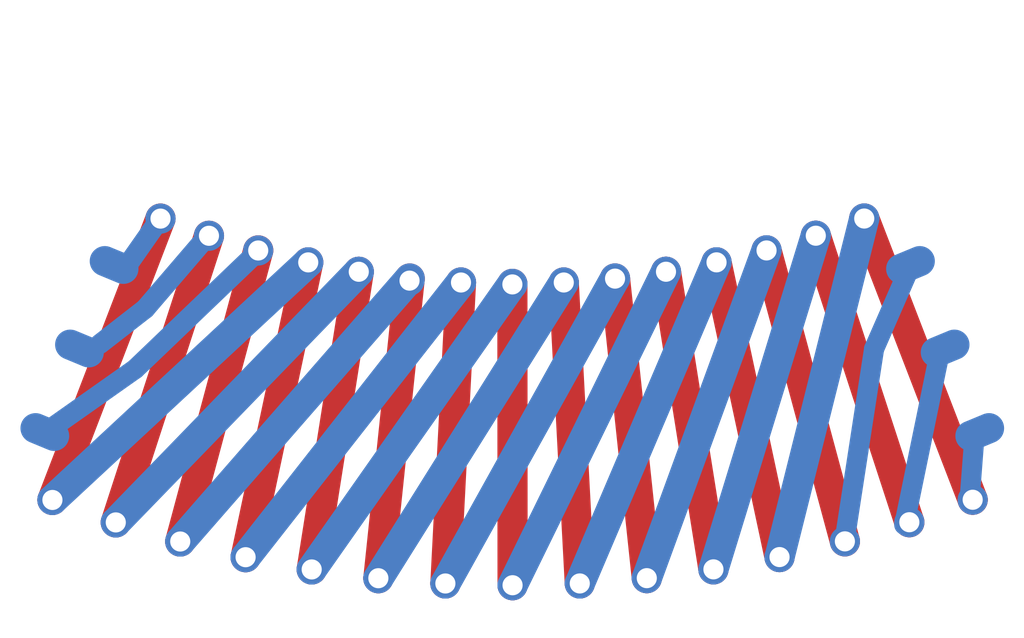
<source format=kicad_pcb>
(kicad_pcb (version 20241229) (generator "pcbnew") (generator_version "9.0")
  (layers (0 "F.Cu" signal) (2 "B.Cu" signal) (13 "F.Paste" user) (15 "B.Paste" user) (5 "F.SilkS" user "F.Silkscreen") (7 "B.SilkS" user "B.Silkscreen") (1 "F.Mask" user) (3 "B.Mask" user) (25 "Edge.Cuts" user))
  (net 0 "")
  (net 1 "unconnected-(J1-Pin_3-Pad3)")
  (net 2 "unconnected-(J1-Pin_1-Pad1)")
  (net 6 "unconnected-(J2-Pin_2-Pad2)")
  (footprint "model_train_footprints:track_connections" (layer "B.Cu") (at 33.056578 -25.904297 22.5)
    (property "Reference" "J2" (hide yes))
    (property "Value" "Conn_01x03" (hide yes))
    (pad "1" smd oval (at 0 0.9 292.5) (size 0.3 0.5) (layers "B.Cu" "B.Mask" "B.Paste"))
    (pad "2" smd oval (at 0 0 292.5) (size 0.3 0.5) (layers "B.Cu" "B.Mask" "B.Paste") (net 6 "unconnected-(J2-Pin_2-Pad2)"))
    (pad "3" smd oval (at 0 -0.9 292.5) (size 0.3 0.5) (layers "B.Cu" "B.Mask" "B.Paste"))
  )
  (footprint "model_train_footprints:track_connections" (layer "B.Cu") (at 24.446201 -25.904297 -22.5)
    (property "Reference" "J1" (hide yes))
    (property "Value" "Conn_01x03" (hide yes))
    (pad "1" smd oval (at 0 0.9 247.5) (size 0.3 0.5) (layers "B.Cu" "B.Mask" "B.Paste") (net 2 "unconnected-(J1-Pin_1-Pad1)"))
    (pad "2" smd oval (at 0 0 247.5) (size 0.3 0.5) (layers "B.Cu" "B.Mask" "B.Paste"))
    (pad "3" smd oval (at 0 -0.9 247.5) (size 0.3 0.5) (layers "B.Cu" "B.Mask" "B.Paste") (net 1 "unconnected-(J1-Pin_3-Pad3)"))
  )
  (gr_line (start 25.252422 -27.197407) (end 24.17732 -24.396665) (stroke (width 0.3)) (layer "F.Cu") (net 1))
  (gr_line (start 29.263527 -26.561402) (end 29.422715 -23.565628) (stroke (width 0.3)) (layer "F.Cu") (net 2))
  (gr_line (start 26.721739 -26.761537) (end 26.098806 -23.826924) (stroke (width 0.3)) (layer "F.Cu") (net 1))
  (gr_line (start 25.734346 -27.026483) (end 24.807556 -24.173229) (stroke (width 0.3)) (layer "F.Cu") (net 6))
  (gr_line (start 31.280101 -26.881567) (end 32.05972 -23.984639) (stroke (width 0.3)) (layer "F.Cu") (net 1))
  (gr_line (start 27.224493 -26.668244) (end 26.756269 -23.705008) (stroke (width 0.3)) (layer "F.Cu") (net 6))
  (gr_line (start 26.224567 -26.88106) (end 25.448639 -23.983141) (stroke (width 0.3)) (layer "F.Cu") (net 2))
  (gr_line (start 30.782953 -26.761945) (end 31.409624 -23.828127) (stroke (width 0.3)) (layer "F.Cu") (net 2))
  (gr_line (start 27.731446 -26.601437) (end 27.419219 -23.617729) (stroke (width 0.3)) (layer "F.Cu") (net 2))
  (gr_line (start 30.280218 -26.66855) (end 30.752217 -23.705914) (stroke (width 0.3)) (layer "F.Cu") (net 6))
  (gr_line (start 29.773278 -26.601641) (end 30.089306 -23.618334) (stroke (width 0.3)) (layer "F.Cu") (net 1))
  (gr_line (start 28.241205 -26.561299) (end 28.085833 -23.565325) (stroke (width 0.3)) (layer "F.Cu") (net 1))
  (gr_line (start 28.752367 -26.547942) (end 28.754278 -23.547943) (stroke (width 0.3)) (layer "F.Cu") (net 6))
  (gr_line (start 32.252182 -27.19811) (end 33.330851 -24.39874) (stroke (width 0.3)) (layer "F.Cu") (net 2))
  (gr_line (start 31.770293 -27.027089) (end 32.700717 -24.175017) (stroke (width 0.3)) (layer "F.Cu") (net 6))
  (gr_line (start 33.3 -24.4) (end 33.35 -25.05) (stroke (width 0.2)) (layer "B.Cu"))
  (gr_line (start 30.089306 -23.618334) (end 31.280101 -26.881567) (stroke (width 0.3)) (layer "B.Cu") (net 1))
  (gr_line (start 30.752217 -23.705914) (end 31.770293 -27.027089) (stroke (width 0.3)) (layer "B.Cu") (net 6))
  (gr_line (start 25.448639 -23.983141) (end 27.731446 -26.601437) (stroke (width 0.3)) (layer "B.Cu") (net 2))
  (gr_line (start 29.422715 -23.565628) (end 30.782953 -26.761945) (stroke (width 0.3)) (layer "B.Cu") (net 2))
  (gr_line (start 27.419219 -23.617729) (end 29.263527 -26.561402) (stroke (width 0.3)) (layer "B.Cu") (net 2))
  (gr_line (start 25.1 -26.3) (end 24.65 -25.95) (stroke (width 0.2)) (layer "B.Cu"))
  (gr_line (start 32.65 -24.15) (end 33 -25.85) (stroke (width 0.2)) (layer "B.Cu") (net 6))
  (gr_line (start 28.754278 -23.547943) (end 30.280218 -26.66855) (stroke (width 0.3)) (layer "B.Cu") (net 6))
  (gr_line (start 24.807556 -24.173229) (end 27.224493 -26.668244) (stroke (width 0.3)) (layer "B.Cu") (net 6))
  (gr_line (start 31.409624 -23.828127) (end 32.252182 -27.19811) (stroke (width 0.3)) (layer "B.Cu") (net 2))
  (gr_line (start 26.756269 -23.705008) (end 28.752367 -26.547942) (stroke (width 0.3)) (layer "B.Cu") (net 6))
  (gr_line (start 25 -25.7) (end 26.2 -26.85) (stroke (width 0.2)) (layer "B.Cu") (net 2))
  (gr_line (start 24.15 -25.1) (end 25 -25.7) (stroke (width 0.2)) (layer "B.Cu") (net 2))
  (gr_line (start 32.35 -25.9) (end 32.7 -26.7) (stroke (width 0.2)) (layer "B.Cu"))
  (gr_line (start 24.17732 -24.396665) (end 26.721739 -26.761537) (stroke (width 0.3)) (layer "B.Cu") (net 1))
  (gr_line (start 28.085833 -23.565325) (end 29.773278 -26.601641) (stroke (width 0.3)) (layer "B.Cu") (net 1))
  (gr_line (start 32.05 -23.95) (end 32.35 -25.9) (stroke (width 0.2)) (layer "B.Cu") (net 1))
  (gr_line (start 25.25 -27.2) (end 24.9 -26.7) (stroke (width 0.2)) (layer "B.Cu") (net 1))
  (gr_line (start 26.098806 -23.826924) (end 28.241205 -26.561299) (stroke (width 0.3)) (layer "B.Cu") (net 1))
  (gr_line (start 25.7 -27) (end 25.1 -26.3) (stroke (width 0.2)) (layer "B.Cu") (net 6))
  (via (at 26.098806 -23.826924) (size 0.3) (drill 0.2) (layers "F.Cu" "B.Cu") (net 1))
  (via (at 31.280412 -26.880412) (size 0.3) (drill 0.2) (layers "F.Cu" "B.Cu") (net 1))
  (via (at 25.252422 -27.197407) (size 0.3) (drill 0.2) (layers "F.Cu" "B.Cu") (net 1))
  (via (at 30.089306 -23.618334) (size 0.3) (drill 0.2) (layers "F.Cu" "B.Cu") (net 1))
  (via (at 26.721739 -26.761537) (size 0.3) (drill 0.2) (layers "F.Cu" "B.Cu") (net 1))
  (via (at 24.17732 -24.396665) (size 0.3) (drill 0.2) (layers "F.Cu" "B.Cu") (net 1))
  (via (at 32.05972 -23.984639) (size 0.3) (drill 0.2) (layers "F.Cu" "B.Cu") (net 1))
  (via (at 28.241205 -26.561299) (size 0.3) (drill 0.2) (layers "F.Cu" "B.Cu") (net 1))
  (via (at 29.773452 -26.6) (size 0.3) (drill 0.2) (layers "F.Cu" "B.Cu") (net 1))
  (via (at 28.085833 -23.565325) (size 0.3) (drill 0.2) (layers "F.Cu" "B.Cu") (net 1))
  (via (at 32.252182 -27.19811) (size 0.3) (drill 0.2) (layers "F.Cu" "B.Cu") (net 2))
  (via (at 29.263527 -26.561402) (size 0.3) (drill 0.2) (layers "F.Cu" "B.Cu") (net 2))
  (via (at 27.729203 -26.58) (size 0.3) (drill 0.2) (layers "F.Cu" "B.Cu") (net 2))
  (via (at 33.330851 -24.39874) (size 0.3) (drill 0.2) (layers "F.Cu" "B.Cu") (net 2))
  (via (at 29.422715 -23.565628) (size 0.3) (drill 0.2) (layers "F.Cu" "B.Cu") (net 2))
  (via (at 30.782953 -26.761945) (size 0.3) (drill 0.2) (layers "F.Cu" "B.Cu") (net 2))
  (via (at 27.419219 -23.617729) (size 0.3) (drill 0.2) (layers "F.Cu" "B.Cu") (net 2))
  (via (at 25.448639 -23.983141) (size 0.3) (drill 0.2) (layers "F.Cu" "B.Cu") (net 2))
  (via (at 26.224283 -26.88) (size 0.3) (drill 0.2) (layers "F.Cu" "B.Cu") (net 2))
  (via (at 31.409624 -23.828127) (size 0.3) (drill 0.2) (layers "F.Cu" "B.Cu") (net 2))
  (via (at 27.224493 -26.668244) (size 0.3) (drill 0.2) (layers "F.Cu" "B.Cu") (net 6))
  (via (at 31.770293 -27.027089) (size 0.3) (drill 0.2) (layers "F.Cu" "B.Cu") (net 6))
  (via (at 30.280218 -26.66855) (size 0.3) (drill 0.2) (layers "F.Cu" "B.Cu") (net 6))
  (via (at 32.700717 -24.175017) (size 0.3) (drill 0.2) (layers "F.Cu" "B.Cu") (net 6))
  (via (at 25.734346 -27.026483) (size 0.3) (drill 0.2) (layers "F.Cu" "B.Cu") (net 6))
  (via (at 28.754278 -23.547943) (size 0.3) (drill 0.2) (layers "F.Cu" "B.Cu") (net 6))
  (via (at 26.756269 -23.705008) (size 0.3) (drill 0.2) (layers "F.Cu" "B.Cu") (net 6))
  (via (at 28.752371 -26.542371) (size 0.3) (drill 0.2) (layers "F.Cu" "B.Cu") (net 6))
  (via (at 30.752217 -23.705914) (size 0.3) (drill 0.2) (layers "F.Cu" "B.Cu") (net 6))
  (via (at 24.807556 -24.173229) (size 0.3) (drill 0.2) (layers "F.Cu" "B.Cu") (net 6))
)
</source>
